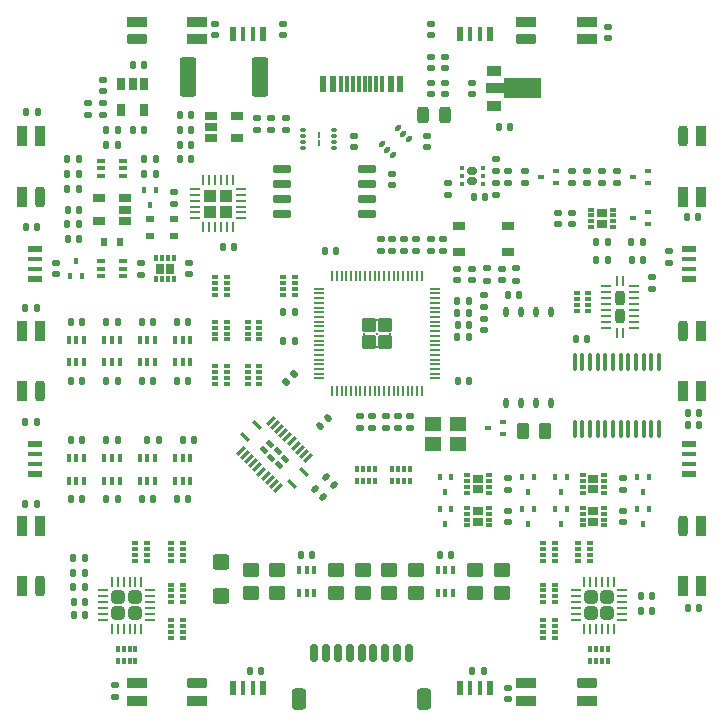
<source format=gtp>
G04 #@! TF.GenerationSoftware,KiCad,Pcbnew,8.0.7*
G04 #@! TF.CreationDate,2025-03-27T17:00:34+01:00*
G04 #@! TF.ProjectId,7-REV1B,372d5245-5631-4422-9e6b-696361645f70,rev?*
G04 #@! TF.SameCoordinates,Original*
G04 #@! TF.FileFunction,Paste,Top*
G04 #@! TF.FilePolarity,Positive*
%FSLAX46Y46*%
G04 Gerber Fmt 4.6, Leading zero omitted, Abs format (unit mm)*
G04 Created by KiCad (PCBNEW 8.0.7) date 2025-03-27 17:00:34*
%MOMM*%
%LPD*%
G01*
G04 APERTURE LIST*
G04 Aperture macros list*
%AMRoundRect*
0 Rectangle with rounded corners*
0 $1 Rounding radius*
0 $2 $3 $4 $5 $6 $7 $8 $9 X,Y pos of 4 corners*
0 Add a 4 corners polygon primitive as box body*
4,1,4,$2,$3,$4,$5,$6,$7,$8,$9,$2,$3,0*
0 Add four circle primitives for the rounded corners*
1,1,$1+$1,$2,$3*
1,1,$1+$1,$4,$5*
1,1,$1+$1,$6,$7*
1,1,$1+$1,$8,$9*
0 Add four rect primitives between the rounded corners*
20,1,$1+$1,$2,$3,$4,$5,0*
20,1,$1+$1,$4,$5,$6,$7,0*
20,1,$1+$1,$6,$7,$8,$9,0*
20,1,$1+$1,$8,$9,$2,$3,0*%
%AMRotRect*
0 Rectangle, with rotation*
0 The origin of the aperture is its center*
0 $1 length*
0 $2 width*
0 $3 Rotation angle, in degrees counterclockwise*
0 Add horizontal line*
21,1,$1,$2,0,0,$3*%
%AMFreePoly0*
4,1,5,0.215000,-0.575000,-0.215000,-0.575000,-0.215000,0.575000,0.215000,0.575000,0.215000,-0.575000,0.215000,-0.575000,$1*%
%AMFreePoly1*
4,1,9,3.862500,-0.866500,0.737500,-0.866500,0.737500,-0.450000,-0.737500,-0.450000,-0.737500,0.450000,0.737500,0.450000,0.737500,0.866500,3.862500,0.866500,3.862500,-0.866500,3.862500,-0.866500,$1*%
G04 Aperture macros list end*
%ADD10RoundRect,0.140000X0.170000X-0.140000X0.170000X0.140000X-0.170000X0.140000X-0.170000X-0.140000X0*%
%ADD11R,1.700000X0.820000*%
%ADD12RoundRect,0.205000X0.645000X0.205000X-0.645000X0.205000X-0.645000X-0.205000X0.645000X-0.205000X0*%
%ADD13RoundRect,0.205000X-0.645000X-0.205000X0.645000X-0.205000X0.645000X0.205000X-0.645000X0.205000X0*%
%ADD14R,0.820000X1.700000*%
%ADD15RoundRect,0.205000X-0.205000X0.645000X-0.205000X-0.645000X0.205000X-0.645000X0.205000X0.645000X0*%
%ADD16RoundRect,0.205000X0.205000X-0.645000X0.205000X0.645000X-0.205000X0.645000X-0.205000X-0.645000X0*%
%ADD17RoundRect,0.147500X-0.147500X-0.172500X0.147500X-0.172500X0.147500X0.172500X-0.147500X0.172500X0*%
%ADD18RoundRect,0.147500X0.147500X0.172500X-0.147500X0.172500X-0.147500X-0.172500X0.147500X-0.172500X0*%
%ADD19RoundRect,0.147500X0.172500X-0.147500X0.172500X0.147500X-0.172500X0.147500X-0.172500X-0.147500X0*%
%ADD20RoundRect,0.147500X-0.017678X0.226274X-0.226274X0.017678X0.017678X-0.226274X0.226274X-0.017678X0*%
%ADD21RoundRect,0.140000X-0.140000X-0.170000X0.140000X-0.170000X0.140000X0.170000X-0.140000X0.170000X0*%
%ADD22R,0.400000X0.650000*%
%ADD23RoundRect,0.243750X0.243750X0.456250X-0.243750X0.456250X-0.243750X-0.456250X0.243750X-0.456250X0*%
%ADD24RoundRect,0.140000X0.140000X0.170000X-0.140000X0.170000X-0.140000X-0.170000X0.140000X-0.170000X0*%
%ADD25RoundRect,0.147500X-0.172500X0.147500X-0.172500X-0.147500X0.172500X-0.147500X0.172500X0.147500X0*%
%ADD26RoundRect,0.135000X0.185000X-0.135000X0.185000X0.135000X-0.185000X0.135000X-0.185000X-0.135000X0*%
%ADD27RoundRect,0.140000X-0.170000X0.140000X-0.170000X-0.140000X0.170000X-0.140000X0.170000X0.140000X0*%
%ADD28R,0.500000X0.400000*%
%ADD29R,0.500000X0.300000*%
%ADD30RoundRect,0.249998X0.262502X0.450002X-0.262502X0.450002X-0.262502X-0.450002X0.262502X-0.450002X0*%
%ADD31RoundRect,0.150000X-0.650000X-0.150000X0.650000X-0.150000X0.650000X0.150000X-0.650000X0.150000X0*%
%ADD32RoundRect,0.150000X-0.150000X-0.625000X0.150000X-0.625000X0.150000X0.625000X-0.150000X0.625000X0*%
%ADD33RoundRect,0.249999X-0.350001X-0.650001X0.350001X-0.650001X0.350001X0.650001X-0.350001X0.650001X0*%
%ADD34RoundRect,0.202500X-0.202500X-0.402500X0.202500X-0.402500X0.202500X0.402500X-0.202500X0.402500X0*%
%ADD35RoundRect,0.062500X-0.062500X-0.350000X0.062500X-0.350000X0.062500X0.350000X-0.062500X0.350000X0*%
%ADD36RoundRect,0.062500X-0.350000X-0.062500X0.350000X-0.062500X0.350000X0.062500X-0.350000X0.062500X0*%
%ADD37R,1.400000X1.200000*%
%ADD38R,1.050000X0.650000*%
%ADD39RoundRect,0.135000X0.135000X0.185000X-0.135000X0.185000X-0.135000X-0.185000X0.135000X-0.185000X0*%
%ADD40RoundRect,0.249999X0.450001X1.425001X-0.450001X1.425001X-0.450001X-1.425001X0.450001X-1.425001X0*%
%ADD41RoundRect,0.135000X-0.135000X-0.185000X0.135000X-0.185000X0.135000X0.185000X-0.135000X0.185000X0*%
%ADD42RoundRect,0.100000X-0.100000X0.155000X-0.100000X-0.155000X0.100000X-0.155000X0.100000X0.155000X0*%
%ADD43R,0.650000X1.060000*%
%ADD44R,0.650000X0.400000*%
%ADD45R,0.600000X0.700000*%
%ADD46RoundRect,0.100000X0.100000X-0.637500X0.100000X0.637500X-0.100000X0.637500X-0.100000X-0.637500X0*%
%ADD47R,0.600000X1.450000*%
%ADD48R,0.300000X1.450000*%
%ADD49FreePoly0,90.000000*%
%ADD50R,1.150000X0.430000*%
%ADD51FreePoly0,0.000000*%
%ADD52R,0.430000X1.150000*%
%ADD53FreePoly0,270.000000*%
%ADD54FreePoly0,180.000000*%
%ADD55R,0.700000X0.600000*%
%ADD56RoundRect,0.100000X0.100000X-0.155000X0.100000X0.155000X-0.100000X0.155000X-0.100000X-0.155000X0*%
%ADD57R,1.300000X0.900000*%
%ADD58FreePoly1,0.000000*%
%ADD59R,1.060000X0.650000*%
%ADD60RoundRect,0.202500X0.022500X-0.247500X0.022500X0.247500X-0.022500X0.247500X-0.022500X-0.247500X0*%
%ADD61RoundRect,0.250000X-0.450000X0.350000X-0.450000X-0.350000X0.450000X-0.350000X0.450000X0.350000X0*%
%ADD62R,0.850000X0.650000*%
%ADD63RoundRect,0.140000X-0.219203X-0.021213X-0.021213X-0.219203X0.219203X0.021213X0.021213X0.219203X0*%
%ADD64RoundRect,0.140000X0.219203X0.021213X0.021213X0.219203X-0.219203X-0.021213X-0.021213X-0.219203X0*%
%ADD65RotRect,0.600000X0.450000X135.000000*%
%ADD66RotRect,0.900000X0.290000X135.000000*%
%ADD67RotRect,0.290000X0.900000X135.000000*%
%ADD68RoundRect,0.135000X-0.185000X0.135000X-0.185000X-0.135000X0.185000X-0.135000X0.185000X0.135000X0*%
%ADD69RoundRect,0.250000X0.450000X-0.400000X0.450000X0.400000X-0.450000X0.400000X-0.450000X-0.400000X0*%
%ADD70RoundRect,0.100000X-0.088388X-0.229810X0.229810X0.088388X0.088388X0.229810X-0.229810X-0.088388X0*%
%ADD71RoundRect,0.140000X-0.021213X0.219203X-0.219203X0.021213X0.021213X-0.219203X0.219203X-0.021213X0*%
%ADD72RoundRect,0.250000X0.295000X0.295000X-0.295000X0.295000X-0.295000X-0.295000X0.295000X-0.295000X0*%
%ADD73RoundRect,0.062500X0.350000X0.062500X-0.350000X0.062500X-0.350000X-0.062500X0.350000X-0.062500X0*%
%ADD74RoundRect,0.062500X0.062500X0.350000X-0.062500X0.350000X-0.062500X-0.350000X0.062500X-0.350000X0*%
%ADD75R,0.400000X0.500000*%
%ADD76R,0.300000X0.500000*%
%ADD77RoundRect,0.250000X-0.350000X-0.350000X0.350000X-0.350000X0.350000X0.350000X-0.350000X0.350000X0*%
%ADD78RoundRect,0.055000X0.335000X-0.055000X0.335000X0.055000X-0.335000X0.055000X-0.335000X-0.055000X0*%
%ADD79RoundRect,0.055000X-0.055000X-0.335000X0.055000X-0.335000X0.055000X0.335000X-0.055000X0.335000X0*%
%ADD80R,0.133333X0.133333*%
%ADD81RoundRect,0.100000X0.100000X-0.225000X0.100000X0.225000X-0.100000X0.225000X-0.100000X-0.225000X0*%
%ADD82RoundRect,0.250000X0.305000X-0.305000X0.305000X0.305000X-0.305000X0.305000X-0.305000X-0.305000X0*%
%ADD83RoundRect,0.062500X0.062500X-0.337500X0.062500X0.337500X-0.062500X0.337500X-0.062500X-0.337500X0*%
%ADD84RoundRect,0.062500X0.337500X-0.062500X0.337500X0.062500X-0.337500X0.062500X-0.337500X-0.062500X0*%
%ADD85RoundRect,0.100000X-0.155000X-0.100000X0.155000X-0.100000X0.155000X0.100000X-0.155000X0.100000X0*%
%ADD86R,0.650000X0.850000*%
%ADD87RoundRect,0.160000X0.245000X0.160000X-0.245000X0.160000X-0.245000X-0.160000X0.245000X-0.160000X0*%
%ADD88RoundRect,0.093750X0.093750X0.106250X-0.093750X0.106250X-0.093750X-0.106250X0.093750X-0.106250X0*%
%ADD89RoundRect,0.250000X-0.305000X0.305000X-0.305000X-0.305000X0.305000X-0.305000X0.305000X0.305000X0*%
%ADD90RoundRect,0.062500X-0.062500X0.337500X-0.062500X-0.337500X0.062500X-0.337500X0.062500X0.337500X0*%
%ADD91RoundRect,0.062500X-0.337500X0.062500X-0.337500X-0.062500X0.337500X-0.062500X0.337500X0.062500X0*%
%ADD92RoundRect,0.062500X-0.062500X-0.187500X0.062500X-0.187500X0.062500X0.187500X-0.062500X0.187500X0*%
%ADD93RoundRect,0.075000X-0.187500X-0.075000X0.187500X-0.075000X0.187500X0.075000X-0.187500X0.075000X0*%
G04 APERTURE END LIST*
D10*
X142250000Y-74980000D03*
X142250000Y-74020000D03*
D11*
X115950000Y-61350000D03*
X115950000Y-62850000D03*
D12*
X110850000Y-62850000D03*
D11*
X110850000Y-61350000D03*
X143850000Y-118850000D03*
X143850000Y-117350000D03*
D13*
X148950000Y-117350000D03*
D11*
X148950000Y-118850000D03*
D14*
X101150000Y-104050000D03*
X102650000Y-104050000D03*
D15*
X102650000Y-109150000D03*
D14*
X101150000Y-109150000D03*
D11*
X148950000Y-61350000D03*
X148950000Y-62850000D03*
D12*
X143850000Y-62850000D03*
D11*
X143850000Y-61350000D03*
D14*
X158650000Y-76150000D03*
X157150000Y-76150000D03*
D16*
X157150000Y-71050000D03*
D14*
X158650000Y-71050000D03*
D11*
X110850000Y-118850000D03*
X110850000Y-117350000D03*
D13*
X115950000Y-117350000D03*
D11*
X115950000Y-118850000D03*
D14*
X101150000Y-71050000D03*
X102650000Y-71050000D03*
D15*
X102650000Y-76150000D03*
D14*
X101150000Y-76150000D03*
X101150000Y-87550000D03*
X102650000Y-87550000D03*
D15*
X102650000Y-92650000D03*
D14*
X101150000Y-92650000D03*
D17*
X141515000Y-70250000D03*
X142485000Y-70250000D03*
X111765000Y-96750000D03*
X112735000Y-96750000D03*
X105265000Y-96750000D03*
X106235000Y-96750000D03*
D18*
X112235000Y-101750000D03*
X111265000Y-101750000D03*
X106235000Y-91750000D03*
X105265000Y-91750000D03*
X148985000Y-88250000D03*
X148015000Y-88250000D03*
D17*
X114765000Y-96750000D03*
X115735000Y-96750000D03*
X108265000Y-96750000D03*
X109235000Y-96750000D03*
D19*
X138000000Y-83235000D03*
X138000000Y-82265000D03*
D10*
X139250000Y-83230000D03*
X139250000Y-82270000D03*
D19*
X131500000Y-80735000D03*
X131500000Y-79765000D03*
D20*
X124142947Y-91157053D03*
X123457053Y-91842947D03*
D17*
X138015000Y-88000000D03*
X138985000Y-88000000D03*
D19*
X133000000Y-95735000D03*
X133000000Y-94765000D03*
D21*
X138020000Y-87000000D03*
X138980000Y-87000000D03*
D22*
X106400000Y-88300000D03*
X105750000Y-88300000D03*
X105100000Y-88300000D03*
X105100000Y-90200000D03*
X105750000Y-90200000D03*
X106400000Y-90200000D03*
X115400000Y-88300000D03*
X114750000Y-88300000D03*
X114100000Y-88300000D03*
X114100000Y-90200000D03*
X114750000Y-90200000D03*
X115400000Y-90200000D03*
X106400000Y-98300000D03*
X105750000Y-98300000D03*
X105100000Y-98300000D03*
X105100000Y-100200000D03*
X105750000Y-100200000D03*
X106400000Y-100200000D03*
X112400000Y-98300000D03*
X111750000Y-98300000D03*
X111100000Y-98300000D03*
X111100000Y-100200000D03*
X111750000Y-100200000D03*
X112400000Y-100200000D03*
D19*
X133500000Y-80735000D03*
X133500000Y-79765000D03*
X134500000Y-80735000D03*
X134500000Y-79765000D03*
X137000000Y-65265000D03*
X137000000Y-64295000D03*
D23*
X136937500Y-69250000D03*
X135062500Y-69250000D03*
D21*
X157420000Y-77900000D03*
X158380000Y-77900000D03*
D24*
X102430000Y-78700000D03*
X101470000Y-78700000D03*
D10*
X135750000Y-62480000D03*
X135750000Y-61520000D03*
D24*
X102480000Y-69000000D03*
X101520000Y-69000000D03*
X102380000Y-85600000D03*
X101420000Y-85600000D03*
X102380000Y-95250000D03*
X101420000Y-95250000D03*
D10*
X150750000Y-62730000D03*
X150750000Y-61770000D03*
X123250000Y-62480000D03*
X123250000Y-61520000D03*
D25*
X134000000Y-94765000D03*
X134000000Y-95735000D03*
D26*
X140500000Y-83260000D03*
X140500000Y-82240000D03*
D27*
X132500000Y-74220000D03*
X132500000Y-75180000D03*
X135750000Y-66520000D03*
X135750000Y-67480000D03*
X137000000Y-66520000D03*
X137000000Y-67480000D03*
D24*
X124230000Y-85900000D03*
X123270000Y-85900000D03*
D28*
X117500000Y-86750000D03*
D29*
X117500000Y-87250000D03*
X117500000Y-87750000D03*
D28*
X117500000Y-88250000D03*
X118500000Y-88250000D03*
D29*
X118500000Y-87750000D03*
X118500000Y-87250000D03*
D28*
X118500000Y-86750000D03*
D30*
X145412500Y-96000000D03*
X143587500Y-96000000D03*
D28*
X117500000Y-90500000D03*
D29*
X117500000Y-91000000D03*
X117500000Y-91500000D03*
D28*
X117500000Y-92000000D03*
X118500000Y-92000000D03*
D29*
X118500000Y-91500000D03*
X118500000Y-91000000D03*
D28*
X118500000Y-90500000D03*
D31*
X123150000Y-73795000D03*
X123150000Y-75065000D03*
X123150000Y-76335000D03*
X123150000Y-77605000D03*
X130350000Y-77605000D03*
X130350000Y-76335000D03*
X130350000Y-75065000D03*
X130350000Y-73795000D03*
D27*
X142250000Y-117770000D03*
X142250000Y-118730000D03*
D24*
X102380000Y-102200000D03*
X101420000Y-102200000D03*
X140230000Y-116332000D03*
X139270000Y-116332000D03*
X121384000Y-116332000D03*
X120424000Y-116332000D03*
D27*
X109000000Y-117520000D03*
X109000000Y-118480000D03*
D10*
X139250000Y-67480000D03*
X139250000Y-66520000D03*
D21*
X157520000Y-111000000D03*
X158480000Y-111000000D03*
D19*
X135750000Y-65265000D03*
X135750000Y-64295000D03*
D32*
X125900000Y-114820000D03*
X126900000Y-114820000D03*
X127900000Y-114820000D03*
X128900000Y-114820000D03*
X129900000Y-114820000D03*
X130900000Y-114820000D03*
X131900000Y-114820000D03*
X132900000Y-114820000D03*
X133900000Y-114820000D03*
D33*
X124600000Y-118695000D03*
X135200000Y-118695000D03*
D34*
X151750000Y-84750000D03*
X151750000Y-86250000D03*
D35*
X151500000Y-83312500D03*
D36*
X150562500Y-83750000D03*
X150562500Y-84250000D03*
X150562500Y-84750000D03*
X150562500Y-85250000D03*
X150562500Y-85750000D03*
X150562500Y-86250000D03*
X150562500Y-86750000D03*
X150562500Y-87250000D03*
D35*
X151500000Y-87687500D03*
X152000000Y-87687500D03*
D36*
X152937500Y-87250000D03*
X152937500Y-86750000D03*
X152937500Y-86250000D03*
X152937500Y-85750000D03*
X152937500Y-85250000D03*
X152937500Y-84750000D03*
X152937500Y-84250000D03*
X152937500Y-83750000D03*
D35*
X152000000Y-83312500D03*
D37*
X135900000Y-97100000D03*
X138100000Y-97100000D03*
X138100000Y-95400000D03*
X135900000Y-95400000D03*
D25*
X147750000Y-77515000D03*
X147750000Y-78485000D03*
X129750000Y-94765000D03*
X129750000Y-95735000D03*
X130750000Y-94765000D03*
X130750000Y-95735000D03*
D38*
X142325000Y-80825000D03*
X138175000Y-80825000D03*
X142325000Y-78675000D03*
X138175000Y-78675000D03*
D21*
X157520000Y-95500000D03*
X158480000Y-95500000D03*
D25*
X121000000Y-69515000D03*
X121000000Y-70485000D03*
D19*
X122250000Y-70485000D03*
X122250000Y-69515000D03*
X108000000Y-69235000D03*
X108000000Y-68265000D03*
D26*
X111250000Y-82760000D03*
X111250000Y-81740000D03*
D39*
X106010000Y-78500000D03*
X104990000Y-78500000D03*
D17*
X105015000Y-79750000D03*
X105985000Y-79750000D03*
D19*
X104000000Y-82735000D03*
X104000000Y-81765000D03*
D39*
X112510000Y-74250000D03*
X111490000Y-74250000D03*
X106010000Y-73000000D03*
X104990000Y-73000000D03*
X106010000Y-74250000D03*
X104990000Y-74250000D03*
D24*
X111480000Y-65000000D03*
X110520000Y-65000000D03*
D19*
X106750000Y-69235000D03*
X106750000Y-68265000D03*
D18*
X115485000Y-73000000D03*
X114515000Y-73000000D03*
D40*
X121300000Y-66000000D03*
X115200000Y-66000000D03*
D18*
X115485000Y-69250000D03*
X114515000Y-69250000D03*
X115485000Y-70500000D03*
X114515000Y-70500000D03*
D17*
X111515000Y-73000000D03*
X112485000Y-73000000D03*
D18*
X105985000Y-77250000D03*
X105015000Y-77250000D03*
X115485000Y-71750000D03*
X114515000Y-71750000D03*
D41*
X104990000Y-75500000D03*
X106010000Y-75500000D03*
D10*
X117500000Y-62480000D03*
X117500000Y-61520000D03*
D42*
X105250000Y-82895000D03*
X106250000Y-82895000D03*
X105750000Y-81605000D03*
D26*
X114000000Y-76760000D03*
X114000000Y-75740000D03*
D24*
X111480000Y-70500000D03*
X110520000Y-70500000D03*
D25*
X108000000Y-66265000D03*
X108000000Y-67235000D03*
D43*
X111450000Y-66650000D03*
X110500000Y-66650000D03*
X109550000Y-66650000D03*
X109550000Y-68850000D03*
X111450000Y-68850000D03*
D44*
X109700000Y-74400000D03*
X109700000Y-73750000D03*
X109700000Y-73100000D03*
X107800000Y-73100000D03*
X107800000Y-73750000D03*
X107800000Y-74400000D03*
X109700000Y-82900000D03*
X109700000Y-82250000D03*
X109700000Y-81600000D03*
X107800000Y-81600000D03*
X107800000Y-82250000D03*
X107800000Y-82900000D03*
D45*
X108050000Y-80000000D03*
X109450000Y-80000000D03*
D46*
X147925000Y-95862500D03*
X148575000Y-95862500D03*
X149225000Y-95862500D03*
X149875000Y-95862500D03*
X150525000Y-95862500D03*
X151175000Y-95862500D03*
X151825000Y-95862500D03*
X152475000Y-95862500D03*
X153125000Y-95862500D03*
X153775000Y-95862500D03*
X154425000Y-95862500D03*
X155075000Y-95862500D03*
X155075000Y-90137500D03*
X154425000Y-90137500D03*
X153775000Y-90137500D03*
X153125000Y-90137500D03*
X152475000Y-90137500D03*
X151825000Y-90137500D03*
X151175000Y-90137500D03*
X150525000Y-90137500D03*
X149875000Y-90137500D03*
X149225000Y-90137500D03*
X148575000Y-90137500D03*
X147925000Y-90137500D03*
D22*
X109400000Y-98300000D03*
X108750000Y-98300000D03*
X108100000Y-98300000D03*
X108100000Y-100200000D03*
X108750000Y-100200000D03*
X109400000Y-100200000D03*
D18*
X106235000Y-101750000D03*
X105265000Y-101750000D03*
X109235000Y-101750000D03*
X108265000Y-101750000D03*
D28*
X117500000Y-83000000D03*
D29*
X117500000Y-83500000D03*
X117500000Y-84000000D03*
D28*
X117500000Y-84500000D03*
X118500000Y-84500000D03*
D29*
X118500000Y-84000000D03*
X118500000Y-83500000D03*
D28*
X118500000Y-83000000D03*
D24*
X153730000Y-81500000D03*
X152770000Y-81500000D03*
D22*
X112400000Y-88300000D03*
X111750000Y-88300000D03*
X111100000Y-88300000D03*
X111100000Y-90200000D03*
X111750000Y-90200000D03*
X112400000Y-90200000D03*
D28*
X123250000Y-83000000D03*
D29*
X123250000Y-83500000D03*
X123250000Y-84000000D03*
D28*
X123250000Y-84500000D03*
X124250000Y-84500000D03*
D29*
X124250000Y-84000000D03*
X124250000Y-83500000D03*
D28*
X124250000Y-83000000D03*
X120250000Y-86750000D03*
D29*
X120250000Y-87250000D03*
X120250000Y-87750000D03*
D28*
X120250000Y-88250000D03*
X121250000Y-88250000D03*
D29*
X121250000Y-87750000D03*
X121250000Y-87250000D03*
D28*
X121250000Y-86750000D03*
D22*
X109400000Y-88300000D03*
X108750000Y-88300000D03*
X108100000Y-88300000D03*
X108100000Y-90200000D03*
X108750000Y-90200000D03*
X109400000Y-90200000D03*
D18*
X112235000Y-91750000D03*
X111265000Y-91750000D03*
D17*
X114265000Y-86750000D03*
X115235000Y-86750000D03*
X105265000Y-86750000D03*
X106235000Y-86750000D03*
X108265000Y-86750000D03*
X109235000Y-86750000D03*
D18*
X109235000Y-91750000D03*
X108265000Y-91750000D03*
D17*
X111265000Y-86750000D03*
X112235000Y-86750000D03*
D28*
X120250000Y-90500000D03*
D29*
X120250000Y-91000000D03*
X120250000Y-91500000D03*
D28*
X120250000Y-92000000D03*
X121250000Y-92000000D03*
D29*
X121250000Y-91500000D03*
X121250000Y-91000000D03*
D28*
X121250000Y-90500000D03*
D22*
X115400000Y-98300000D03*
X114750000Y-98300000D03*
X114100000Y-98300000D03*
X114100000Y-100200000D03*
X114750000Y-100200000D03*
X115400000Y-100200000D03*
D14*
X158650000Y-109150000D03*
X157150000Y-109150000D03*
D16*
X157150000Y-104050000D03*
D14*
X158650000Y-104050000D03*
D47*
X133150000Y-66595000D03*
X132350000Y-66595000D03*
D48*
X131150000Y-66595000D03*
X130150000Y-66595000D03*
X129650000Y-66595000D03*
X128650000Y-66595000D03*
D47*
X126650000Y-66595000D03*
X127450000Y-66595000D03*
D48*
X128150000Y-66595000D03*
X129150000Y-66595000D03*
X130650000Y-66595000D03*
X131650000Y-66595000D03*
D18*
X115235000Y-101750000D03*
X114265000Y-101750000D03*
D49*
X157575000Y-97075000D03*
D50*
X157575000Y-97925000D03*
X157575000Y-98775000D03*
D49*
X157575000Y-99625000D03*
D51*
X140775000Y-117775000D03*
D52*
X139925000Y-117775000D03*
X139075000Y-117775000D03*
D51*
X138225000Y-117775000D03*
X121575000Y-117775000D03*
D52*
X120725000Y-117775000D03*
X119875000Y-117775000D03*
D51*
X119025000Y-117775000D03*
D53*
X102225000Y-99625000D03*
D50*
X102225000Y-98775000D03*
X102225000Y-97925000D03*
D53*
X102225000Y-97075000D03*
X102225000Y-83125000D03*
D50*
X102225000Y-82275000D03*
X102225000Y-81425000D03*
D53*
X102225000Y-80575000D03*
D54*
X119025000Y-62425000D03*
D52*
X119875000Y-62425000D03*
X120725000Y-62425000D03*
D54*
X121575000Y-62425000D03*
X138225000Y-62425000D03*
D52*
X139075000Y-62425000D03*
X139925000Y-62425000D03*
D54*
X140775000Y-62425000D03*
D18*
X115235000Y-91750000D03*
X114265000Y-91750000D03*
D55*
X114000000Y-79450000D03*
X114000000Y-78050000D03*
D56*
X112500000Y-75605000D03*
X111500000Y-75605000D03*
X112000000Y-76895000D03*
D57*
X141100000Y-65500000D03*
D58*
X141187500Y-67000000D03*
D57*
X141100000Y-68500000D03*
D24*
X109230000Y-70500000D03*
X108270000Y-70500000D03*
D18*
X109235000Y-71750000D03*
X108265000Y-71750000D03*
D55*
X112000000Y-79450000D03*
X112000000Y-78050000D03*
D59*
X109850000Y-78200000D03*
X109850000Y-77250000D03*
X109850000Y-76300000D03*
X107650000Y-76300000D03*
X107650000Y-78200000D03*
X117150000Y-69300000D03*
X117150000Y-70250000D03*
X117150000Y-71200000D03*
X119350000Y-71200000D03*
X119350000Y-69300000D03*
D25*
X146500000Y-77515000D03*
X146500000Y-78485000D03*
D21*
X157520000Y-94500000D03*
X158480000Y-94500000D03*
D14*
X158650000Y-92650000D03*
X157150000Y-92650000D03*
D16*
X157150000Y-87550000D03*
D14*
X158650000Y-87550000D03*
D60*
X142095000Y-93600000D03*
X143365000Y-93600000D03*
X144635000Y-93600000D03*
X145905000Y-93600000D03*
X145905000Y-85900000D03*
X144635000Y-85900000D03*
X143365000Y-85900000D03*
X142095000Y-85900000D03*
D26*
X154500000Y-84010000D03*
X154500000Y-82990000D03*
D61*
X120500000Y-107750000D03*
X120500000Y-109750000D03*
D41*
X105490000Y-109250000D03*
X106510000Y-109250000D03*
D56*
X144500000Y-102605000D03*
X143500000Y-102605000D03*
X144000000Y-103895000D03*
D21*
X105520000Y-110500000D03*
X106480000Y-110500000D03*
D49*
X157575000Y-80575000D03*
D50*
X157575000Y-81425000D03*
X157575000Y-82275000D03*
D49*
X157575000Y-83125000D03*
D41*
X105490000Y-106750000D03*
X106510000Y-106750000D03*
D24*
X150730000Y-80000000D03*
X149770000Y-80000000D03*
D27*
X140250000Y-84520000D03*
X140250000Y-85480000D03*
X155956000Y-80800000D03*
X155956000Y-81760000D03*
D24*
X127730000Y-80800000D03*
X126770000Y-80800000D03*
D28*
X148250000Y-105500000D03*
D29*
X148250000Y-106000000D03*
X148250000Y-106500000D03*
D28*
X148250000Y-107000000D03*
X149250000Y-107000000D03*
D29*
X149250000Y-106500000D03*
X149250000Y-106000000D03*
D28*
X149250000Y-105500000D03*
D26*
X141250000Y-74010000D03*
X141250000Y-72990000D03*
D56*
X137500000Y-99855000D03*
X136500000Y-99855000D03*
X137000000Y-101145000D03*
D26*
X132000000Y-95760000D03*
X132000000Y-94740000D03*
D62*
X150250000Y-78437500D03*
X150250000Y-77562500D03*
D29*
X151150000Y-78750000D03*
X151150000Y-78250000D03*
X151150000Y-77750000D03*
X151150000Y-77250000D03*
X149350000Y-77250000D03*
X149350000Y-77750000D03*
X149350000Y-78250000D03*
X149350000Y-78750000D03*
D24*
X119080000Y-80400000D03*
X118120000Y-80400000D03*
D27*
X137250000Y-75020000D03*
X137250000Y-75980000D03*
D10*
X147750000Y-74980000D03*
X147750000Y-74020000D03*
D56*
X154250000Y-102605000D03*
X153250000Y-102605000D03*
X153750000Y-103895000D03*
D63*
X125910589Y-100910589D03*
X126589411Y-101589411D03*
D10*
X142250000Y-100980000D03*
X142250000Y-100020000D03*
D28*
X146250000Y-113500000D03*
D29*
X146250000Y-113000000D03*
X146250000Y-112500000D03*
D28*
X146250000Y-112000000D03*
X145250000Y-112000000D03*
D29*
X145250000Y-112500000D03*
X145250000Y-113000000D03*
D28*
X145250000Y-113500000D03*
D61*
X134500000Y-107750000D03*
X134500000Y-109750000D03*
D64*
X127589411Y-100589411D03*
X126910589Y-99910589D03*
D26*
X143000000Y-83260000D03*
X143000000Y-82240000D03*
D65*
X122886396Y-98886396D03*
X123416726Y-98356066D03*
X122250000Y-98250000D03*
X122780330Y-97719670D03*
X121613604Y-97613604D03*
X122143934Y-97083274D03*
D66*
X125025394Y-99434404D03*
D67*
X125378947Y-98303033D03*
X125025394Y-97949480D03*
X124671841Y-97595926D03*
X124318287Y-97242373D03*
X123964734Y-96888819D03*
X123611181Y-96535266D03*
X123257627Y-96181713D03*
X122904074Y-95828159D03*
X122550520Y-95474606D03*
X122196967Y-95121053D03*
D66*
X121065596Y-95474606D03*
X120004936Y-96535266D03*
D67*
X119651383Y-97666637D03*
X120004936Y-98020190D03*
X120358489Y-98373744D03*
X120712043Y-98727297D03*
X121065596Y-99080851D03*
X121419149Y-99434404D03*
X121772703Y-99787957D03*
X122126256Y-100141511D03*
X122479810Y-100495064D03*
X122833363Y-100848617D03*
D66*
X123964734Y-100495064D03*
D56*
X147250000Y-102605000D03*
X146250000Y-102605000D03*
X146750000Y-103895000D03*
D27*
X151500000Y-74020000D03*
X151500000Y-74980000D03*
D28*
X145250000Y-109000000D03*
D29*
X145250000Y-109500000D03*
X145250000Y-110000000D03*
D28*
X145250000Y-110500000D03*
X146250000Y-110500000D03*
D29*
X146250000Y-110000000D03*
X146250000Y-109500000D03*
D28*
X146250000Y-109000000D03*
D26*
X150250000Y-75010000D03*
X150250000Y-73990000D03*
D24*
X140366393Y-76164342D03*
X139406393Y-76164342D03*
D56*
X137500000Y-102605000D03*
X136500000Y-102605000D03*
X137000000Y-103895000D03*
D68*
X123500000Y-69490000D03*
X123500000Y-70510000D03*
D69*
X118000000Y-109950000D03*
X118000000Y-107050000D03*
D28*
X114750000Y-113500000D03*
D29*
X114750000Y-113000000D03*
X114750000Y-112500000D03*
D28*
X114750000Y-112000000D03*
X113750000Y-112000000D03*
D29*
X113750000Y-112500000D03*
X113750000Y-113000000D03*
D28*
X113750000Y-113500000D03*
D70*
X131618629Y-71712132D03*
X132078249Y-72171751D03*
X132537868Y-72631371D03*
X133881371Y-71287868D03*
X133421751Y-70828249D03*
X132962132Y-70368629D03*
D24*
X124230000Y-88400000D03*
X123270000Y-88400000D03*
D26*
X149000000Y-75010000D03*
X149000000Y-73990000D03*
D61*
X139500000Y-107750000D03*
X139500000Y-109750000D03*
D71*
X127089411Y-94910589D03*
X126410589Y-95589411D03*
D61*
X127750000Y-107750000D03*
X127750000Y-109750000D03*
D56*
X144500000Y-99855000D03*
X143500000Y-99855000D03*
X144000000Y-101145000D03*
D72*
X118425000Y-77425000D03*
X118425000Y-76075000D03*
X117075000Y-77425000D03*
X117075000Y-76075000D03*
D73*
X119712500Y-78000000D03*
X119712500Y-77500000D03*
X119712500Y-77000000D03*
X119712500Y-76500000D03*
X119712500Y-76000000D03*
X119712500Y-75500000D03*
D74*
X119000000Y-74787500D03*
X118500000Y-74787500D03*
X118000000Y-74787500D03*
X117500000Y-74787500D03*
X117000000Y-74787500D03*
X116500000Y-74787500D03*
D73*
X115787500Y-75500000D03*
X115787500Y-76000000D03*
X115787500Y-76500000D03*
X115787500Y-77000000D03*
X115787500Y-77500000D03*
X115787500Y-78000000D03*
D74*
X116500000Y-78712500D03*
X117000000Y-78712500D03*
X117500000Y-78712500D03*
X118000000Y-78712500D03*
X118500000Y-78712500D03*
X119000000Y-78712500D03*
D62*
X149500000Y-100062500D03*
X149500000Y-100937500D03*
D29*
X148600000Y-99750000D03*
X148600000Y-100250000D03*
X148600000Y-100750000D03*
X148600000Y-101250000D03*
X150400000Y-101250000D03*
X150400000Y-100750000D03*
X150400000Y-100250000D03*
X150400000Y-99750000D03*
D61*
X130000000Y-107750000D03*
X130000000Y-109750000D03*
D28*
X113750000Y-109000000D03*
D29*
X113750000Y-109500000D03*
X113750000Y-110000000D03*
D28*
X113750000Y-110500000D03*
X114750000Y-110500000D03*
D29*
X114750000Y-110000000D03*
X114750000Y-109500000D03*
D28*
X114750000Y-109000000D03*
D56*
X147250000Y-99855000D03*
X146250000Y-99855000D03*
X146750000Y-101145000D03*
D75*
X132500000Y-100250000D03*
D76*
X133000000Y-100250000D03*
X133500000Y-100250000D03*
D75*
X134000000Y-100250000D03*
X134000000Y-99250000D03*
D76*
X133500000Y-99250000D03*
X133000000Y-99250000D03*
D75*
X132500000Y-99250000D03*
D62*
X139750000Y-100062500D03*
X139750000Y-100937500D03*
D29*
X138850000Y-99750000D03*
X138850000Y-100250000D03*
X138850000Y-100750000D03*
X138850000Y-101250000D03*
X140650000Y-101250000D03*
X140650000Y-100750000D03*
X140650000Y-100250000D03*
X140650000Y-99750000D03*
D62*
X139750000Y-102812500D03*
X139750000Y-103687500D03*
D29*
X138850000Y-102500000D03*
X138850000Y-103000000D03*
X138850000Y-103500000D03*
X138850000Y-104000000D03*
X140650000Y-104000000D03*
X140650000Y-103500000D03*
X140650000Y-103000000D03*
X140650000Y-102500000D03*
D24*
X137480000Y-106500000D03*
X136520000Y-106500000D03*
D75*
X109250000Y-115500000D03*
D76*
X109750000Y-115500000D03*
X110250000Y-115500000D03*
D75*
X110750000Y-115500000D03*
X110750000Y-114500000D03*
D76*
X110250000Y-114500000D03*
X109750000Y-114500000D03*
D75*
X109250000Y-114500000D03*
D28*
X148100000Y-84300000D03*
D29*
X148100000Y-84800000D03*
X148100000Y-85300000D03*
D28*
X148100000Y-85800000D03*
X149100000Y-85800000D03*
D29*
X149100000Y-85300000D03*
X149100000Y-84800000D03*
D28*
X149100000Y-84300000D03*
D27*
X135400000Y-71020000D03*
X135400000Y-71980000D03*
D77*
X130500000Y-87050000D03*
X130500000Y-88450000D03*
X131900000Y-87050000D03*
X131900000Y-88450000D03*
D78*
X126303500Y-83950000D03*
X126303500Y-84350000D03*
X126303500Y-84750000D03*
X126303500Y-85150000D03*
X126303500Y-85550000D03*
X126303500Y-85950000D03*
X126303500Y-86350000D03*
X126303500Y-86750000D03*
X126303500Y-87150000D03*
X126303500Y-87550000D03*
X126303500Y-87950000D03*
X126303500Y-88350000D03*
X126303500Y-88750000D03*
X126303500Y-89150000D03*
X126303500Y-89550000D03*
X126303500Y-89950000D03*
X126303500Y-90350000D03*
X126303500Y-90750000D03*
X126303500Y-91150000D03*
X126303500Y-91550000D03*
D79*
X127400000Y-92646500D03*
X127800000Y-92646500D03*
X128200000Y-92646500D03*
X128600000Y-92646500D03*
X129000000Y-92646500D03*
X129400000Y-92646500D03*
X129800000Y-92646500D03*
X130200000Y-92646500D03*
X130600000Y-92646500D03*
X131000000Y-92646500D03*
X131400000Y-92646500D03*
X131800000Y-92646500D03*
X132200000Y-92646500D03*
X132600000Y-92646500D03*
X133000000Y-92646500D03*
X133400000Y-92646500D03*
X133800000Y-92646500D03*
X134200000Y-92646500D03*
X134600000Y-92646500D03*
X135000000Y-92646500D03*
D78*
X136096500Y-91550000D03*
X136096500Y-91150000D03*
X136096500Y-90750000D03*
X136096500Y-90350000D03*
X136096500Y-89950000D03*
X136096500Y-89550000D03*
X136096500Y-89150000D03*
X136096500Y-88750000D03*
X136096500Y-88350000D03*
X136096500Y-87950000D03*
X136096500Y-87550000D03*
X136096500Y-87150000D03*
X136096500Y-86750000D03*
X136096500Y-86350000D03*
X136096500Y-85950000D03*
X136096500Y-85550000D03*
X136096500Y-85150000D03*
X136096500Y-84750000D03*
X136096500Y-84350000D03*
X136096500Y-83950000D03*
D79*
X135000000Y-82853500D03*
X134600000Y-82853500D03*
X134200000Y-82853500D03*
X133800000Y-82853500D03*
X133400000Y-82853500D03*
X133000000Y-82853500D03*
X132600000Y-82853500D03*
X132200000Y-82853500D03*
X131800000Y-82853500D03*
X131400000Y-82853500D03*
X131000000Y-82853500D03*
X130600000Y-82853500D03*
X130200000Y-82853500D03*
X129800000Y-82853500D03*
X129400000Y-82853500D03*
X129000000Y-82853500D03*
X128600000Y-82853500D03*
X128200000Y-82853500D03*
X127800000Y-82853500D03*
X127400000Y-82853500D03*
D80*
X130066667Y-86616667D03*
X130066667Y-87750000D03*
X130066667Y-88883333D03*
X131200000Y-86616667D03*
X131200000Y-87750000D03*
X131200000Y-88883333D03*
X132333333Y-86616667D03*
X132333333Y-87750000D03*
X132333333Y-88883333D03*
D26*
X141315689Y-76008041D03*
X141315689Y-74988041D03*
D81*
X136350000Y-109700000D03*
X137000000Y-109700000D03*
X137650000Y-109700000D03*
X137650000Y-107800000D03*
X137000000Y-107800000D03*
X136350000Y-107800000D03*
D41*
X152740000Y-80000000D03*
X153760000Y-80000000D03*
D39*
X139010000Y-86000000D03*
X137990000Y-86000000D03*
D81*
X124600000Y-109700000D03*
X125250000Y-109700000D03*
X125900000Y-109700000D03*
X125900000Y-107800000D03*
X125250000Y-107800000D03*
X124600000Y-107800000D03*
D27*
X129250000Y-71020000D03*
X129250000Y-71980000D03*
D75*
X150750000Y-114500000D03*
D76*
X150250000Y-114500000D03*
X149750000Y-114500000D03*
D75*
X149250000Y-114500000D03*
X149250000Y-115500000D03*
D76*
X149750000Y-115500000D03*
X150250000Y-115500000D03*
D75*
X150750000Y-115500000D03*
D62*
X149500000Y-102812500D03*
X149500000Y-103687500D03*
D29*
X148600000Y-102500000D03*
X148600000Y-103000000D03*
X148600000Y-103500000D03*
X148600000Y-104000000D03*
X150400000Y-104000000D03*
X150400000Y-103500000D03*
X150400000Y-103000000D03*
X150400000Y-102500000D03*
D41*
X149740000Y-81500000D03*
X150760000Y-81500000D03*
D82*
X109310000Y-111440000D03*
X110690000Y-111440000D03*
X109310000Y-110060000D03*
X110690000Y-110060000D03*
D83*
X108750000Y-112725000D03*
X109250000Y-112725000D03*
X109750000Y-112725000D03*
X110250000Y-112725000D03*
X110750000Y-112725000D03*
X111250000Y-112725000D03*
D84*
X111975000Y-112000000D03*
X111975000Y-111500000D03*
X111975000Y-111000000D03*
X111975000Y-110500000D03*
X111975000Y-110000000D03*
X111975000Y-109500000D03*
D83*
X111250000Y-108775000D03*
X110750000Y-108775000D03*
X110250000Y-108775000D03*
X109750000Y-108775000D03*
X109250000Y-108775000D03*
X108750000Y-108775000D03*
D84*
X108025000Y-109500000D03*
X108025000Y-110000000D03*
X108025000Y-110500000D03*
X108025000Y-111000000D03*
X108025000Y-111500000D03*
X108025000Y-112000000D03*
D61*
X122750000Y-107750000D03*
X122750000Y-109750000D03*
D56*
X154250000Y-99855000D03*
X153250000Y-99855000D03*
X153750000Y-101145000D03*
D28*
X110750000Y-105500000D03*
D29*
X110750000Y-106000000D03*
X110750000Y-106500000D03*
D28*
X110750000Y-107000000D03*
X111750000Y-107000000D03*
D29*
X111750000Y-106500000D03*
X111750000Y-106000000D03*
D28*
X111750000Y-105500000D03*
D85*
X154145000Y-78500000D03*
X154145000Y-77500000D03*
X152855000Y-78000000D03*
D68*
X136750000Y-79740000D03*
X136750000Y-80760000D03*
D86*
X113687500Y-82250000D03*
X112812500Y-82250000D03*
D76*
X114000000Y-81350000D03*
X113500000Y-81350000D03*
X113000000Y-81350000D03*
X112500000Y-81350000D03*
X112500000Y-83150000D03*
X113000000Y-83150000D03*
X113500000Y-83150000D03*
X114000000Y-83150000D03*
D41*
X105490000Y-108000000D03*
X106510000Y-108000000D03*
D24*
X154480000Y-110000000D03*
X153520000Y-110000000D03*
D85*
X146395000Y-75000000D03*
X146395000Y-74000000D03*
X145105000Y-74500000D03*
D75*
X129500000Y-100250000D03*
D76*
X130000000Y-100250000D03*
X130500000Y-100250000D03*
D75*
X131000000Y-100250000D03*
X131000000Y-99250000D03*
D76*
X130500000Y-99250000D03*
X130000000Y-99250000D03*
D75*
X129500000Y-99250000D03*
D10*
X142250000Y-103730000D03*
X142250000Y-102770000D03*
D61*
X141750000Y-107750000D03*
X141750000Y-109750000D03*
D10*
X152000000Y-100980000D03*
X152000000Y-100020000D03*
D26*
X143750000Y-75010000D03*
X143750000Y-73990000D03*
D27*
X141750000Y-82270000D03*
X141750000Y-83230000D03*
D85*
X141895000Y-96250000D03*
X141895000Y-95250000D03*
X140605000Y-95750000D03*
X154145000Y-75000000D03*
X154145000Y-74000000D03*
X152855000Y-74500000D03*
D87*
X139250000Y-74800000D03*
X139250000Y-74000000D03*
D88*
X140137500Y-75050000D03*
X140137500Y-74400000D03*
X140137500Y-73750000D03*
X138362500Y-73750000D03*
X138362500Y-74400000D03*
X138362500Y-75050000D03*
D10*
X135750000Y-80730000D03*
X135750000Y-79770000D03*
D24*
X125730000Y-106500000D03*
X124770000Y-106500000D03*
D89*
X150690000Y-110060000D03*
X149310000Y-110060000D03*
X150690000Y-111440000D03*
X149310000Y-111440000D03*
D90*
X151250000Y-108775000D03*
X150750000Y-108775000D03*
X150250000Y-108775000D03*
X149750000Y-108775000D03*
X149250000Y-108775000D03*
X148750000Y-108775000D03*
D91*
X148025000Y-109500000D03*
X148025000Y-110000000D03*
X148025000Y-110500000D03*
X148025000Y-111000000D03*
X148025000Y-111500000D03*
X148025000Y-112000000D03*
D90*
X148750000Y-112725000D03*
X149250000Y-112725000D03*
X149750000Y-112725000D03*
X150250000Y-112725000D03*
X150750000Y-112725000D03*
X151250000Y-112725000D03*
D91*
X151975000Y-112000000D03*
X151975000Y-111500000D03*
X151975000Y-111000000D03*
X151975000Y-110500000D03*
X151975000Y-110000000D03*
X151975000Y-109500000D03*
D61*
X132250000Y-107750000D03*
X132250000Y-109750000D03*
D21*
X105520000Y-111600000D03*
X106480000Y-111600000D03*
X142270000Y-84500000D03*
X143230000Y-84500000D03*
D10*
X132500000Y-80730000D03*
X132500000Y-79770000D03*
D24*
X154480000Y-111250000D03*
X153520000Y-111250000D03*
D10*
X140250000Y-87480000D03*
X140250000Y-86520000D03*
D39*
X139010000Y-85000000D03*
X137990000Y-85000000D03*
D10*
X152000000Y-103730000D03*
X152000000Y-102770000D03*
D28*
X114750000Y-107000000D03*
D29*
X114750000Y-106500000D03*
X114750000Y-106000000D03*
D28*
X114750000Y-105500000D03*
X113750000Y-105500000D03*
D29*
X113750000Y-106000000D03*
X113750000Y-106500000D03*
D28*
X113750000Y-107000000D03*
D92*
X126250000Y-70900000D03*
X126250000Y-71600000D03*
D93*
X124962500Y-70500000D03*
X124962500Y-71000000D03*
X124962500Y-71500000D03*
X124962500Y-72000000D03*
X127537500Y-72000000D03*
X127537500Y-71500000D03*
X127537500Y-71000000D03*
X127537500Y-70500000D03*
D10*
X115250000Y-82730000D03*
X115250000Y-81770000D03*
D21*
X138020000Y-91750000D03*
X138980000Y-91750000D03*
D28*
X145250000Y-105500000D03*
D29*
X145250000Y-106000000D03*
X145250000Y-106500000D03*
D28*
X145250000Y-107000000D03*
X146250000Y-107000000D03*
D29*
X146250000Y-106500000D03*
X146250000Y-106000000D03*
D28*
X146250000Y-105500000D03*
M02*

</source>
